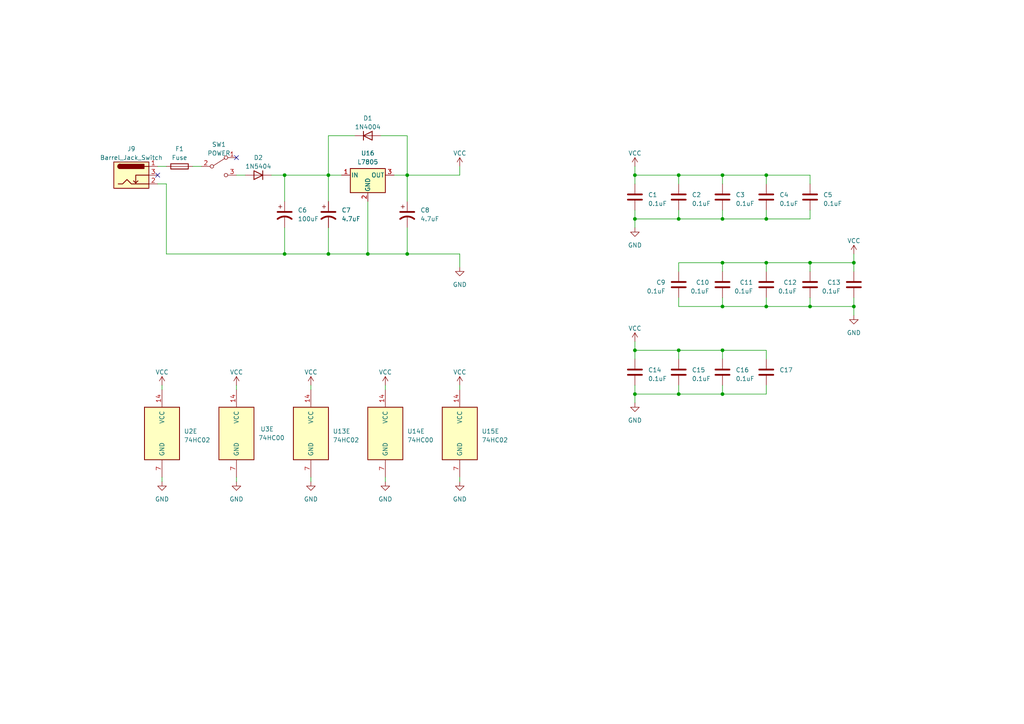
<source format=kicad_sch>
(kicad_sch (version 20231120) (generator "eeschema") (generator_version "8.0")
  (paper "A4")
  (title_block (title "Uno 14500") (date "2024-02-13") (rev "0.1") (company "By JNP-3R"))
  (lib_symbols
    (symbol "74xx:74HC00" (pin_names (offset 1.016))
      (property "Reference" "U" (at 0 1.27 0))
      (property "Value" "74HC00" (at 0 -1.27 0))
      (symbol "74HC00_1_1"
        (arc (start 0 -3.81) (mid 3.7934 0) (end 0 3.81) (stroke (width 0.254)) (fill (type background)))
        (polyline (pts (xy 0 3.81) (xy -3.81 3.81) (xy -3.81 -3.81) (xy 0 -3.81)) (stroke (width 0.254)) (fill (type background)))
        (pin input line (at -7.62 2.54 0) (length 3.81) (name "~") (number "1"))
        (pin input line (at -7.62 -2.54 0) (length 3.81) (name "~") (number "2"))
        (pin output inverted (at 7.62 0 180) (length 3.81) (name "~") (number "3"))
      )
      (symbol "74HC00_1_2"
        (arc (start -3.81 -3.81) (mid -2.589 0) (end -3.81 3.81) (stroke (width 0.254)))
        (arc (start -0.6096 -3.81) (mid 2.1842 -2.5851) (end 3.81 0) (stroke (width 0.254)) (fill (type background)))
        (polyline (pts (xy -3.81 -3.81) (xy -0.635 -3.81)) (stroke (width 0.254)) (fill (type background)))
        (polyline (pts (xy -3.81 3.81) (xy -0.635 3.81)) (stroke (width 0.254)) (fill (type background)))
        (polyline (pts (xy -0.635 3.81) (xy -3.81 3.81) (xy -3.81 3.81) (xy -3.556 3.4036) (xy -3.0226 2.2606) (xy -2.6924 1.0414) (xy -2.6162 -0.254) (xy -2.7686 -1.4986) (xy -3.175 -2.7178) (xy -3.81 -3.81) (xy -3.81 -3.81) (xy -0.635 -3.81)) (stroke (width -25.4)) (fill (type background)))
        (arc (start 3.81 0) (mid 2.1915 2.5936) (end -0.6096 3.81) (stroke (width 0.254)) (fill (type background)))
        (pin input inverted (at -7.62 2.54 0) (length 4.318) (name "~") (number "1"))
        (pin input inverted (at -7.62 -2.54 0) (length 4.318) (name "~") (number "2"))
        (pin output line (at 7.62 0 180) (length 3.81) (name "~") (number "3"))
      )
      (symbol "74HC00_2_1"
        (arc (start 0 -3.81) (mid 3.7934 0) (end 0 3.81) (stroke (width 0.254)) (fill (type background)))
        (polyline (pts (xy 0 3.81) (xy -3.81 3.81) (xy -3.81 -3.81) (xy 0 -3.81)) (stroke (width 0.254)) (fill (type background)))
        (pin input line (at -7.62 2.54 0) (length 3.81) (name "~") (number "4"))
        (pin input line (at -7.62 -2.54 0) (length 3.81) (name "~") (number "5"))
        (pin output inverted (at 7.62 0 180) (length 3.81) (name "~") (number "6"))
      )
      (symbol "74HC00_2_2"
        (arc (start -3.81 -3.81) (mid -2.589 0) (end -3.81 3.81) (stroke (width 0.254)))
        (arc (start -0.6096 -3.81) (mid 2.1842 -2.5851) (end 3.81 0) (stroke (width 0.254)) (fill (type background)))
        (polyline (pts (xy -3.81 -3.81) (xy -0.635 -3.81)) (stroke (width 0.254)) (fill (type background)))
        (polyline (pts (xy -3.81 3.81) (xy -0.635 3.81)) (stroke (width 0.254)) (fill (type background)))
        (polyline (pts (xy -0.635 3.81) (xy -3.81 3.81) (xy -3.81 3.81) (xy -3.556 3.4036) (xy -3.0226 2.2606) (xy -2.6924 1.0414) (xy -2.6162 -0.254) (xy -2.7686 -1.4986) (xy -3.175 -2.7178) (xy -3.81 -3.81) (xy -3.81 -3.81) (xy -0.635 -3.81)) (stroke (width -25.4)) (fill (type background)))
        (arc (start 3.81 0) (mid 2.1915 2.5936) (end -0.6096 3.81) (stroke (width 0.254)) (fill (type background)))
        (pin input inverted (at -7.62 2.54 0) (length 4.318) (name "~") (number "4"))
        (pin input inverted (at -7.62 -2.54 0) (length 4.318) (name "~") (number "5"))
        (pin output line (at 7.62 0 180) (length 3.81) (name "~") (number "6"))
      )
      (symbol "74HC00_3_1"
        (arc (start 0 -3.81) (mid 3.7934 0) (end 0 3.81) (stroke (width 0.254)) (fill (type background)))
        (polyline (pts (xy 0 3.81) (xy -3.81 3.81) (xy -3.81 -3.81) (xy 0 -3.81)) (stroke (width 0.254)) (fill (type background)))
        (pin input line (at -7.62 -2.54 0) (length 3.81) (name "~") (number "10"))
        (pin output inverted (at 7.62 0 180) (length 3.81) (name "~") (number "8"))
        (pin input line (at -7.62 2.54 0) (length 3.81) (name "~") (number "9"))
      )
      (symbol "74HC00_3_2"
        (arc (start -3.81 -3.81) (mid -2.589 0) (end -3.81 3.81) (stroke (width 0.254)))
        (arc (start -0.6096 -3.81) (mid 2.1842 -2.5851) (end 3.81 0) (stroke (width 0.254)) (fill (type background)))
        (polyline (pts (xy -3.81 -3.81) (xy -0.635 -3.81)) (stroke (width 0.254)) (fill (type background)))
        (polyline (pts (xy -3.81 3.81) (xy -0.635 3.81)) (stroke (width 0.254)) (fill (type background)))
        (polyline (pts (xy -0.635 3.81) (xy -3.81 3.81) (xy -3.81 3.81) (xy -3.556 3.4036) (xy -3.0226 2.2606) (xy -2.6924 1.0414) (xy -2.6162 -0.254) (xy -2.7686 -1.4986) (xy -3.175 -2.7178) (xy -3.81 -3.81) (xy -3.81 -3.81) (xy -0.635 -3.81)) (stroke (width -25.4)) (fill (type background)))
        (arc (start 3.81 0) (mid 2.1915 2.5936) (end -0.6096 3.81) (stroke (width 0.254)) (fill (type background)))
        (pin input inverted (at -7.62 -2.54 0) (length 4.318) (name "~") (number "10"))
        (pin output line (at 7.62 0 180) (length 3.81) (name "~") (number "8"))
        (pin input inverted (at -7.62 2.54 0) (length 4.318) (name "~") (number "9"))
      )
      (symbol "74HC00_4_1"
        (arc (start 0 -3.81) (mid 3.7934 0) (end 0 3.81) (stroke (width 0.254)) (fill (type background)))
        (polyline (pts (xy 0 3.81) (xy -3.81 3.81) (xy -3.81 -3.81) (xy 0 -3.81)) (stroke (width 0.254)) (fill (type background)))
        (pin output inverted (at 7.62 0 180) (length 3.81) (name "~") (number "11"))
        (pin input line (at -7.62 2.54 0) (length 3.81) (name "~") (number "12"))
        (pin input line (at -7.62 -2.54 0) (length 3.81) (name "~") (number "13"))
      )
      (symbol "74HC00_4_2"
        (arc (start -3.81 -3.81) (mid -2.589 0) (end -3.81 3.81) (stroke (width 0.254)))
        (arc (start -0.6096 -3.81) (mid 2.1842 -2.5851) (end 3.81 0) (stroke (width 0.254)) (fill (type background)))
        (polyline (pts (xy -3.81 -3.81) (xy -0.635 -3.81)) (stroke (width 0.254)) (fill (type background)))
        (polyline (pts (xy -3.81 3.81) (xy -0.635 3.81)) (stroke (width 0.254)) (fill (type background)))
        (polyline (pts (xy -0.635 3.81) (xy -3.81 3.81) (xy -3.81 3.81) (xy -3.556 3.4036) (xy -3.0226 2.2606) (xy -2.6924 1.0414) (xy -2.6162 -0.254) (xy -2.7686 -1.4986) (xy -3.175 -2.7178) (xy -3.81 -3.81) (xy -3.81 -3.81) (xy -0.635 -3.81)) (stroke (width -25.4)) (fill (type background)))
        (arc (start 3.81 0) (mid 2.1915 2.5936) (end -0.6096 3.81) (stroke (width 0.254)) (fill (type background)))
        (pin output line (at 7.62 0 180) (length 3.81) (name "~") (number "11"))
        (pin input inverted (at -7.62 2.54 0) (length 4.318) (name "~") (number "12"))
        (pin input inverted (at -7.62 -2.54 0) (length 4.318) (name "~") (number "13"))
      )
      (symbol "74HC00_5_0"
        (pin power_in line (at 0 12.7 270) (length 5.08) (name "VCC") (number "14"))
        (pin power_in line (at 0 -12.7 90) (length 5.08) (name "GND") (number "7"))
      )
      (symbol "74HC00_5_1"
        (rectangle (start -5.08 7.62) (end 5.08 -7.62) (stroke (width 0.254)) (fill (type background)))
      )
    )
    (symbol "74xx:74HC02" (pin_names (offset 1.016))
      (property "Reference" "U" (at 0 1.27 0))
      (property "Value" "74HC02" (at 0 -1.27 0))
      (symbol "74HC02_1_1"
        (arc (start -3.81 -3.81) (mid -2.589 0) (end -3.81 3.81) (stroke (width 0.254)))
        (arc (start -0.6096 -3.81) (mid 2.1842 -2.5851) (end 3.81 0) (stroke (width 0.254)) (fill (type background)))
        (polyline (pts (xy -3.81 -3.81) (xy -0.635 -3.81)) (stroke (width 0.254)) (fill (type background)))
        (polyline (pts (xy -3.81 3.81) (xy -0.635 3.81)) (stroke (width 0.254)) (fill (type background)))
        (polyline (pts (xy -0.635 3.81) (xy -3.81 3.81) (xy -3.81 3.81) (xy -3.556 3.4036) (xy -3.0226 2.2606) (xy -2.6924 1.0414) (xy -2.6162 -0.254) (xy -2.7686 -1.4986) (xy -3.175 -2.7178) (xy -3.81 -3.81) (xy -3.81 -3.81) (xy -0.635 -3.81)) (stroke (width -25.4)) (fill (type background)))
        (arc (start 3.81 0) (mid 2.1915 2.5936) (end -0.6096 3.81) (stroke (width 0.254)) (fill (type background)))
        (pin output inverted (at 7.62 0 180) (length 3.81) (name "~") (number "1"))
        (pin input line (at -7.62 2.54 0) (length 4.318) (name "~") (number "2"))
        (pin input line (at -7.62 -2.54 0) (length 4.318) (name "~") (number "3"))
      )
      (symbol "74HC02_1_2"
        (arc (start 0 -3.81) (mid 3.7934 0) (end 0 3.81) (stroke (width 0.254)) (fill (type background)))
        (polyline (pts (xy 0 3.81) (xy -3.81 3.81) (xy -3.81 -3.81) (xy 0 -3.81)) (stroke (width 0.254)) (fill (type background)))
        (pin output line (at 7.62 0 180) (length 3.81) (name "~") (number "1"))
        (pin input inverted (at -7.62 2.54 0) (length 3.81) (name "~") (number "2"))
        (pin input inverted (at -7.62 -2.54 0) (length 3.81) (name "~") (number "3"))
      )
      (symbol "74HC02_2_1"
        (arc (start -3.81 -3.81) (mid -2.589 0) (end -3.81 3.81) (stroke (width 0.254)))
        (arc (start -0.6096 -3.81) (mid 2.1842 -2.5851) (end 3.81 0) (stroke (width 0.254)) (fill (type background)))
        (polyline (pts (xy -3.81 -3.81) (xy -0.635 -3.81)) (stroke (width 0.254)) (fill (type background)))
        (polyline (pts (xy -3.81 3.81) (xy -0.635 3.81)) (stroke (width 0.254)) (fill (type background)))
        (polyline (pts (xy -0.635 3.81) (xy -3.81 3.81) (xy -3.81 3.81) (xy -3.556 3.4036) (xy -3.0226 2.2606) (xy -2.6924 1.0414) (xy -2.6162 -0.254) (xy -2.7686 -1.4986) (xy -3.175 -2.7178) (xy -3.81 -3.81) (xy -3.81 -3.81) (xy -0.635 -3.81)) (stroke (width -25.4)) (fill (type background)))
        (arc (start 3.81 0) (mid 2.1915 2.5936) (end -0.6096 3.81) (stroke (width 0.254)) (fill (type background)))
        (pin output inverted (at 7.62 0 180) (length 3.81) (name "~") (number "4"))
        (pin input line (at -7.62 2.54 0) (length 4.318) (name "~") (number "5"))
        (pin input line (at -7.62 -2.54 0) (length 4.318) (name "~") (number "6"))
      )
      (symbol "74HC02_2_2"
        (arc (start 0 -3.81) (mid 3.7934 0) (end 0 3.81) (stroke (width 0.254)) (fill (type background)))
        (polyline (pts (xy 0 3.81) (xy -3.81 3.81) (xy -3.81 -3.81) (xy 0 -3.81)) (stroke (width 0.254)) (fill (type background)))
        (pin output line (at 7.62 0 180) (length 3.81) (name "~") (number "4"))
        (pin input inverted (at -7.62 2.54 0) (length 3.81) (name "~") (number "5"))
        (pin input inverted (at -7.62 -2.54 0) (length 3.81) (name "~") (number "6"))
      )
      (symbol "74HC02_3_1"
        (arc (start -3.81 -3.81) (mid -2.589 0) (end -3.81 3.81) (stroke (width 0.254)))
        (arc (start -0.6096 -3.81) (mid 2.1842 -2.5851) (end 3.81 0) (stroke (width 0.254)) (fill (type background)))
        (polyline (pts (xy -3.81 -3.81) (xy -0.635 -3.81)) (stroke (width 0.254)) (fill (type background)))
        (polyline (pts (xy -3.81 3.81) (xy -0.635 3.81)) (stroke (width 0.254)) (fill (type background)))
        (polyline (pts (xy -0.635 3.81) (xy -3.81 3.81) (xy -3.81 3.81) (xy -3.556 3.4036) (xy -3.0226 2.2606) (xy -2.6924 1.0414) (xy -2.6162 -0.254) (xy -2.7686 -1.4986) (xy -3.175 -2.7178) (xy -3.81 -3.81) (xy -3.81 -3.81) (xy -0.635 -3.81)) (stroke (width -25.4)) (fill (type background)))
        (arc (start 3.81 0) (mid 2.1915 2.5936) (end -0.6096 3.81) (stroke (width 0.254)) (fill (type background)))
        (pin output inverted (at 7.62 0 180) (length 3.81) (name "~") (number "10"))
        (pin input line (at -7.62 2.54 0) (length 4.318) (name "~") (number "8"))
        (pin input line (at -7.62 -2.54 0) (length 4.318) (name "~") (number "9"))
      )
      (symbol "74HC02_3_2"
        (arc (start 0 -3.81) (mid 3.7934 0) (end 0 3.81) (stroke (width 0.254)) (fill (type background)))
        (polyline (pts (xy 0 3.81) (xy -3.81 3.81) (xy -3.81 -3.81) (xy 0 -3.81)) (stroke (width 0.254)) (fill (type background)))
        (pin output line (at 7.62 0 180) (length 3.81) (name "~") (number "10"))
        (pin input inverted (at -7.62 2.54 0) (length 3.81) (name "~") (number "8"))
        (pin input inverted (at -7.62 -2.54 0) (length 3.81) (name "~") (number "9"))
      )
      (symbol "74HC02_4_1"
        (arc (start -3.81 -3.81) (mid -2.589 0) (end -3.81 3.81) (stroke (width 0.254)))
        (arc (start -0.6096 -3.81) (mid 2.1842 -2.5851) (end 3.81 0) (stroke (width 0.254)) (fill (type background)))
        (polyline (pts (xy -3.81 -3.81) (xy -0.635 -3.81)) (stroke (width 0.254)) (fill (type background)))
        (polyline (pts (xy -3.81 3.81) (xy -0.635 3.81)) (stroke (width 0.254)) (fill (type background)))
        (polyline (pts (xy -0.635 3.81) (xy -3.81 3.81) (xy -3.81 3.81) (xy -3.556 3.4036) (xy -3.0226 2.2606) (xy -2.6924 1.0414) (xy -2.6162 -0.254) (xy -2.7686 -1.4986) (xy -3.175 -2.7178) (xy -3.81 -3.81) (xy -3.81 -3.81) (xy -0.635 -3.81)) (stroke (width -25.4)) (fill (type background)))
        (arc (start 3.81 0) (mid 2.1915 2.5936) (end -0.6096 3.81) (stroke (width 0.254)) (fill (type background)))
        (pin input line (at -7.62 2.54 0) (length 4.318) (name "~") (number "11"))
        (pin input line (at -7.62 -2.54 0) (length 4.318) (name "~") (number "12"))
        (pin output inverted (at 7.62 0 180) (length 3.81) (name "~") (number "13"))
      )
      (symbol "74HC02_4_2"
        (arc (start 0 -3.81) (mid 3.7934 0) (end 0 3.81) (stroke (width 0.254)) (fill (type background)))
        (polyline (pts (xy 0 3.81) (xy -3.81 3.81) (xy -3.81 -3.81) (xy 0 -3.81)) (stroke (width 0.254)) (fill (type background)))
        (pin input inverted (at -7.62 2.54 0) (length 3.81) (name "~") (number "11"))
        (pin input inverted (at -7.62 -2.54 0) (length 3.81) (name "~") (number "12"))
        (pin output line (at 7.62 0 180) (length 3.81) (name "~") (number "13"))
      )
      (symbol "74HC02_5_0"
        (pin power_in line (at 0 12.7 270) (length 5.08) (name "VCC") (number "14"))
        (pin power_in line (at 0 -12.7 90) (length 5.08) (name "GND") (number "7"))
      )
      (symbol "74HC02_5_1"
        (rectangle (start -5.08 7.62) (end 5.08 -7.62) (stroke (width 0.254)) (fill (type background)))
      )
    )
    (symbol "Connector:Barrel_Jack_Switch" (pin_names hide)
      (property "Reference" "J" (at 0 5.334 0))
      (property "Value" "Barrel_Jack_Switch" (at 0 -5.08 0))
      (symbol "Barrel_Jack_Switch_0_1"
        (rectangle (start -5.08 3.81) (end 5.08 -3.81) (stroke (width 0.254)) (fill (type background)))
        (arc (start -3.302 3.175) (mid -3.9343 2.54) (end -3.302 1.905) (stroke (width 0.254)))
        (arc (start -3.302 3.175) (mid -3.9343 2.54) (end -3.302 1.905) (stroke (width 0.254)) (fill (type outline)))
        (polyline (pts (xy 1.27 -2.286) (xy 1.905 -1.651)) (stroke (width 0.254)))
        (polyline (pts (xy 5.08 2.54) (xy 3.81 2.54)) (stroke (width 0.254)))
        (polyline (pts (xy 5.08 0) (xy 1.27 0) (xy 1.27 -2.286) (xy 0.635 -1.651)) (stroke (width 0.254)))
        (polyline (pts (xy -3.81 -2.54) (xy -2.54 -2.54) (xy -1.27 -1.27) (xy 0 -2.54) (xy 2.54 -2.54) (xy 5.08 -2.54)) (stroke (width 0.254)))
        (rectangle (start 3.683 3.175) (end -3.302 1.905) (stroke (width 0.254)) (fill (type outline)))
      )
      (symbol "Barrel_Jack_Switch_1_1"
        (pin passive line (at 7.62 2.54 180) (length 2.54) (name "~") (number "1"))
        (pin passive line (at 7.62 -2.54 180) (length 2.54) (name "~") (number "2"))
        (pin passive line (at 7.62 0 180) (length 2.54) (name "~") (number "3"))
      )
    )
    (symbol "Device:C" (pin_numbers hide) (pin_names (offset 0.254))
      (property "Reference" "C" (at 0.635 2.54 0))
      (property "Value" "C" (at 0.635 -2.54 0))
      (symbol "C_0_1"
        (polyline (pts (xy -2.032 -0.762) (xy 2.032 -0.762)) (stroke (width 0.508)))
        (polyline (pts (xy -2.032 0.762) (xy 2.032 0.762)) (stroke (width 0.508)))
      )
      (symbol "C_1_1"
        (pin passive line (at 0 3.81 270) (length 2.794) (name "~") (number "1"))
        (pin passive line (at 0 -3.81 90) (length 2.794) (name "~") (number "2"))
      )
    )
    (symbol "Device:C_Polarized_US" (pin_numbers hide) (pin_names (offset 0.254) hide)
      (property "Reference" "C" (at 0.635 2.54 0))
      (property "Value" "C_Polarized_US" (at 0.635 -2.54 0))
      (symbol "C_Polarized_US_0_1"
        (polyline (pts (xy -2.032 0.762) (xy 2.032 0.762)) (stroke (width 0.508)))
        (polyline (pts (xy -1.778 2.286) (xy -0.762 2.286)))
        (polyline (pts (xy -1.27 1.778) (xy -1.27 2.794)))
        (arc (start 2.032 -1.27) (mid 0 -0.5572) (end -2.032 -1.27) (stroke (width 0.508)))
      )
      (symbol "C_Polarized_US_1_1"
        (pin passive line (at 0 3.81 270) (length 2.794) (name "~") (number "1"))
        (pin passive line (at 0 -3.81 90) (length 3.302) (name "~") (number "2"))
      )
    )
    (symbol "Device:D" (pin_numbers hide) (pin_names (offset 1.016) hide)
      (property "Reference" "D" (at 0 2.54 0))
      (property "Value" "D" (at 0 -2.54 0))
      (symbol "D_0_1"
        (polyline (pts (xy -1.27 1.27) (xy -1.27 -1.27)) (stroke (width 0.254)))
        (polyline (pts (xy 1.27 0) (xy -1.27 0)))
        (polyline (pts (xy 1.27 1.27) (xy 1.27 -1.27) (xy -1.27 0) (xy 1.27 1.27)) (stroke (width 0.254)))
      )
      (symbol "D_1_1"
        (pin passive line (at -3.81 0 0) (length 2.54) (name "K") (number "1"))
        (pin passive line (at 3.81 0 180) (length 2.54) (name "A") (number "2"))
      )
    )
    (symbol "Device:Fuse" (pin_numbers hide) (pin_names (offset 0))
      (property "Reference" "F" (at 2.032 0 90))
      (property "Value" "Fuse" (at -1.905 0 90))
      (symbol "Fuse_0_1"
        (rectangle (start -0.762 -2.54) (end 0.762 2.54) (stroke (width 0.254)))
        (polyline (pts (xy 0 2.54) (xy 0 -2.54)))
      )
      (symbol "Fuse_1_1"
        (pin passive line (at 0 3.81 270) (length 1.27) (name "~") (number "1"))
        (pin passive line (at 0 -3.81 90) (length 1.27) (name "~") (number "2"))
      )
    )
    (symbol "Regulator_Linear:L7805" (pin_names (offset 0.254))
      (property "Reference" "U" (at -3.81 3.175 0))
      (property "Value" "L7805" (at 0 3.175 0))
      (symbol "L7805_0_1"
        (rectangle (start -5.08 1.905) (end 5.08 -5.08) (stroke (width 0.254)) (fill (type background)))
      )
      (symbol "L7805_1_1"
        (pin power_in line (at -7.62 0 0) (length 2.54) (name "IN") (number "1"))
        (pin power_in line (at 0 -7.62 90) (length 2.54) (name "GND") (number "2"))
        (pin power_out line (at 7.62 0 180) (length 2.54) (name "OUT") (number "3"))
      )
    )
    (symbol "Switch:SW_SPDT" (pin_names (offset 0) hide)
      (property "Reference" "SW" (at 0 4.318 0))
      (property "Value" "SW_SPDT" (at 0 -5.08 0))
      (symbol "SW_SPDT_0_0"
        (circle (center -2.032 0) (radius 0.508))
        (circle (center 2.032 -2.54) (radius 0.508))
      )
      (symbol "SW_SPDT_0_1"
        (polyline (pts (xy -1.524 0.254) (xy 1.651 2.286)))
        (circle (center 2.032 2.54) (radius 0.508))
      )
      (symbol "SW_SPDT_1_1"
        (pin passive line (at 5.08 2.54 180) (length 2.54) (name "A") (number "1"))
        (pin passive line (at -5.08 0 0) (length 2.54) (name "B") (number "2"))
        (pin passive line (at 5.08 -2.54 180) (length 2.54) (name "C") (number "3"))
      )
    )
    (symbol "power:GND" (power) (pin_names (offset 0))
      (property "Value" "GND" (at 0 -3.81 0))
      (symbol "GND_0_1"
        (polyline (pts (xy 0 0) (xy 0 -1.27) (xy 1.27 -1.27) (xy 0 -2.54) (xy -1.27 -1.27) (xy 0 -1.27)))
      )
      (symbol "GND_1_1"
        (pin power_in line (at 0 0 270) (length 0) hide (name "GND") (number "1"))
      )
    )
    (symbol "power:VCC" (power) (pin_names (offset 0))
      (property "Value" "VCC" (at 0 3.81 0))
      (symbol "VCC_0_1"
        (polyline (pts (xy -0.762 1.27) (xy 0 2.54)))
        (polyline (pts (xy 0 0) (xy 0 2.54)))
        (polyline (pts (xy 0 2.54) (xy 0.762 1.27)))
      )
      (symbol "VCC_1_1"
        (pin power_in line (at 0 0 90) (length 0) hide (name "VCC") (number "1"))
      )
    )
  )
  (junction (at 196.85 101.6))
  (junction (at 209.55 76.2))
  (junction (at 247.65 88.9))
  (junction (at 222.25 88.9))
  (junction (at 95.25 50.8))
  (junction (at 196.85 114.3))
  (junction (at 222.25 63.5))
  (junction (at 82.55 50.8))
  (junction (at 209.55 50.8))
  (junction (at 106.68 73.66))
  (junction (at 209.55 114.3))
  (junction (at 234.95 76.2))
  (junction (at 222.25 50.8))
  (junction (at 209.55 88.9))
  (junction (at 196.85 63.5))
  (junction (at 209.55 63.5))
  (junction (at 222.25 76.2))
  (junction (at 196.85 50.8))
  (junction (at 234.95 88.9))
  (junction (at 118.11 73.66))
  (junction (at 184.15 63.5))
  (junction (at 118.11 50.8))
  (junction (at 247.65 76.2))
  (junction (at 184.15 50.8))
  (junction (at 184.15 114.3))
  (junction (at 95.25 73.66))
  (junction (at 82.55 73.66))
  (junction (at 209.55 101.6))
  (junction (at 184.15 101.6))
  (no_connect (at 68.58 45.72))
  (no_connect (at 45.72 50.8))
  (wire (pts (xy 82.55 50.8) (xy 82.55 58.42)))
  (wire (pts (xy 118.11 73.66) (xy 133.35 73.66)))
  (wire (pts (xy 234.95 60.96) (xy 234.95 63.5)))
  (wire (pts (xy 247.65 76.2) (xy 234.95 76.2)))
  (wire (pts (xy 209.55 50.8) (xy 209.55 53.34)))
  (wire (pts (xy 68.58 138.43) (xy 68.58 139.7)))
  (wire (pts (xy 78.74 50.8) (xy 82.55 50.8)))
  (wire (pts (xy 184.15 48.26) (xy 184.15 50.8)))
  (wire (pts (xy 209.55 88.9) (xy 196.85 88.9)))
  (wire (pts (xy 196.85 111.76) (xy 196.85 114.3)))
  (wire (pts (xy 68.58 111.76) (xy 68.58 113.03)))
  (wire (pts (xy 118.11 39.37) (xy 118.11 50.8)))
  (wire (pts (xy 95.25 50.8) (xy 95.25 58.42)))
  (wire (pts (xy 209.55 60.96) (xy 209.55 63.5)))
  (wire (pts (xy 45.72 48.26) (xy 48.26 48.26)))
  (wire (pts (xy 196.85 63.5) (xy 209.55 63.5)))
  (wire (pts (xy 95.25 73.66) (xy 106.68 73.66)))
  (wire (pts (xy 234.95 50.8) (xy 234.95 53.34)))
  (wire (pts (xy 196.85 50.8) (xy 196.85 53.34)))
  (wire (pts (xy 222.25 60.96) (xy 222.25 63.5)))
  (wire (pts (xy 184.15 50.8) (xy 196.85 50.8)))
  (wire (pts (xy 106.68 58.42) (xy 106.68 73.66)))
  (wire (pts (xy 222.25 111.76) (xy 222.25 114.3)))
  (wire (pts (xy 82.55 66.04) (xy 82.55 73.66)))
  (wire (pts (xy 133.35 111.76) (xy 133.35 113.03)))
  (wire (pts (xy 234.95 76.2) (xy 222.25 76.2)))
  (wire (pts (xy 95.25 66.04) (xy 95.25 73.66)))
  (wire (pts (xy 209.55 63.5) (xy 222.25 63.5)))
  (wire (pts (xy 68.58 50.8) (xy 71.12 50.8)))
  (wire (pts (xy 184.15 101.6) (xy 196.85 101.6)))
  (wire (pts (xy 209.55 111.76) (xy 209.55 114.3)))
  (wire (pts (xy 222.25 76.2) (xy 222.25 78.74)))
  (wire (pts (xy 184.15 60.96) (xy 184.15 63.5)))
  (wire (pts (xy 222.25 50.8) (xy 222.25 53.34)))
  (wire (pts (xy 111.76 138.43) (xy 111.76 139.7)))
  (wire (pts (xy 247.65 88.9) (xy 234.95 88.9)))
  (wire (pts (xy 102.87 39.37) (xy 95.25 39.37)))
  (wire (pts (xy 184.15 99.06) (xy 184.15 101.6)))
  (wire (pts (xy 209.55 114.3) (xy 222.25 114.3)))
  (wire (pts (xy 46.99 138.43) (xy 46.99 139.7)))
  (wire (pts (xy 184.15 63.5) (xy 184.15 66.04)))
  (wire (pts (xy 48.26 53.34) (xy 48.26 73.66)))
  (wire (pts (xy 196.85 86.36) (xy 196.85 88.9)))
  (wire (pts (xy 247.65 88.9) (xy 247.65 91.44)))
  (wire (pts (xy 196.85 101.6) (xy 209.55 101.6)))
  (wire (pts (xy 184.15 114.3) (xy 184.15 116.84)))
  (wire (pts (xy 222.25 50.8) (xy 234.95 50.8)))
  (wire (pts (xy 133.35 73.66) (xy 133.35 77.47)))
  (wire (pts (xy 118.11 66.04) (xy 118.11 73.66)))
  (wire (pts (xy 118.11 50.8) (xy 133.35 50.8)))
  (wire (pts (xy 234.95 76.2) (xy 234.95 78.74)))
  (wire (pts (xy 184.15 104.14) (xy 184.15 101.6)))
  (wire (pts (xy 234.95 88.9) (xy 222.25 88.9)))
  (wire (pts (xy 46.99 111.76) (xy 46.99 113.03)))
  (wire (pts (xy 209.55 101.6) (xy 222.25 101.6)))
  (wire (pts (xy 222.25 86.36) (xy 222.25 88.9)))
  (wire (pts (xy 196.85 114.3) (xy 209.55 114.3)))
  (wire (pts (xy 114.3 50.8) (xy 118.11 50.8)))
  (wire (pts (xy 209.55 76.2) (xy 209.55 78.74)))
  (wire (pts (xy 90.17 111.76) (xy 90.17 113.03)))
  (wire (pts (xy 118.11 50.8) (xy 118.11 58.42)))
  (wire (pts (xy 133.35 138.43) (xy 133.35 139.7)))
  (wire (pts (xy 222.25 76.2) (xy 209.55 76.2)))
  (wire (pts (xy 196.85 60.96) (xy 196.85 63.5)))
  (wire (pts (xy 222.25 88.9) (xy 209.55 88.9)))
  (wire (pts (xy 133.35 50.8) (xy 133.35 48.26)))
  (wire (pts (xy 48.26 73.66) (xy 82.55 73.66)))
  (wire (pts (xy 184.15 53.34) (xy 184.15 50.8)))
  (wire (pts (xy 222.25 101.6) (xy 222.25 104.14)))
  (wire (pts (xy 196.85 76.2) (xy 196.85 78.74)))
  (wire (pts (xy 222.25 63.5) (xy 234.95 63.5)))
  (wire (pts (xy 247.65 73.66) (xy 247.65 76.2)))
  (wire (pts (xy 82.55 73.66) (xy 95.25 73.66)))
  (wire (pts (xy 45.72 53.34) (xy 48.26 53.34)))
  (wire (pts (xy 184.15 63.5) (xy 196.85 63.5)))
  (wire (pts (xy 209.55 101.6) (xy 209.55 104.14)))
  (wire (pts (xy 82.55 50.8) (xy 95.25 50.8)))
  (wire (pts (xy 55.88 48.26) (xy 58.42 48.26)))
  (wire (pts (xy 234.95 86.36) (xy 234.95 88.9)))
  (wire (pts (xy 247.65 78.74) (xy 247.65 76.2)))
  (wire (pts (xy 110.49 39.37) (xy 118.11 39.37)))
  (wire (pts (xy 184.15 111.76) (xy 184.15 114.3)))
  (wire (pts (xy 196.85 50.8) (xy 209.55 50.8)))
  (wire (pts (xy 184.15 114.3) (xy 196.85 114.3)))
  (wire (pts (xy 209.55 76.2) (xy 196.85 76.2)))
  (wire (pts (xy 95.25 39.37) (xy 95.25 50.8)))
  (wire (pts (xy 106.68 73.66) (xy 118.11 73.66)))
  (wire (pts (xy 95.25 50.8) (xy 99.06 50.8)))
  (wire (pts (xy 196.85 101.6) (xy 196.85 104.14)))
  (wire (pts (xy 111.76 111.76) (xy 111.76 113.03)))
  (wire (pts (xy 247.65 86.36) (xy 247.65 88.9)))
  (wire (pts (xy 90.17 138.43) (xy 90.17 139.7)))
  (wire (pts (xy 209.55 86.36) (xy 209.55 88.9)))
  (wire (pts (xy 209.55 50.8) (xy 222.25 50.8)))
  (symbol (lib_id "Device:Fuse") (at 52.07 48.26 270) (unit 1)
    (property "Reference" "F1" (at 52.07 43.18 90))
    (property "Value" "Fuse" (at 52.07 45.72 90))
    (property "Footprint" "Fuse:Fuseholder_Clip-5x20mm_Eaton_1A5601-01_Inline_P20.80x6.76mm_D1.70mm_Horizontal" (effects (hide yes)))
  )
  (symbol (lib_id "Device:C_Polarized_US") (at 118.11 62.23 0) (unit 1)
    (property "Reference" "C8" (at 121.92 60.96 0) (effects (justify left)))
    (property "Value" "4.7uF" (at 121.92 63.5 0) (effects (justify left)))
    (property "Footprint" "Capacitor_THT:C_Rect_L4.6mm_W3.0mm_P2.50mm_MKS02_FKP02" (effects (hide yes)))
  )
  (symbol (lib_id "power:VCC") (at 68.58 111.76 0) (unit 1)
    (property "Reference" "#PWR020" (effects (hide yes)))
    (property "Value" "VCC" (at 68.58 107.95 0))
  )
  (symbol (lib_id "Device:C") (at 222.25 57.15 0) (unit 1)
    (property "Reference" "C4" (at 226.06 56.515 0) (effects (justify left)))
    (property "Value" "0.1uF" (at 226.06 59.055 0) (effects (justify left)))
    (property "Footprint" "Capacitor_THT:C_Axial_L3.8mm_D2.6mm_P10.00mm_Horizontal" (effects (hide yes)))
  )
  (symbol (lib_id "Device:C") (at 184.15 57.15 0) (unit 1)
    (property "Reference" "C1" (at 187.96 56.515 0) (effects (justify left)))
    (property "Value" "0.1uF" (at 187.96 59.055 0) (effects (justify left)))
    (property "Footprint" "Capacitor_THT:C_Axial_L3.8mm_D2.6mm_P10.00mm_Horizontal" (effects (hide yes)))
  )
  (symbol (lib_id "74xx:74HC02") (at 133.35 125.73 0) (unit 5)
    (property "Reference" "U15" (at 139.7 125.095 0) (effects (justify left)))
    (property "Value" "74HC02" (at 139.7 127.635 0) (effects (justify left)))
    (property "Footprint" "Package_DIP:DIP-14_W7.62mm_Socket_LongPads" (effects (hide yes)))
    (property "Datasheet" "http://www.ti.com/lit/gpn/sn74hc02" (effects (hide yes)))
  )
  (symbol (lib_id "power:VCC") (at 133.35 48.26 0) (unit 1)
    (property "Reference" "#PWR012" (effects (hide yes)))
    (property "Value" "VCC" (at 133.35 44.45 0))
  )
  (symbol (lib_id "Device:C") (at 209.55 82.55 0) (mirror y) (unit 1)
    (property "Reference" "C10" (at 205.74 81.915 0) (effects (justify left)))
    (property "Value" "0.1uF" (at 205.74 84.455 0) (effects (justify left)))
    (property "Footprint" "Capacitor_THT:C_Axial_L3.8mm_D2.6mm_P10.00mm_Horizontal" (effects (hide yes)))
  )
  (symbol (lib_id "power:GND") (at 90.17 139.7 0) (unit 1)
    (property "Reference" "#PWR027" (effects (hide yes)))
    (property "Value" "GND" (at 90.17 144.78 0))
  )
  (symbol (lib_id "power:GND") (at 133.35 77.47 0) (unit 1)
    (property "Reference" "#PWR016" (effects (hide yes)))
    (property "Value" "GND" (at 133.35 82.55 0))
  )
  (symbol (lib_id "74xx:74HC02") (at 90.17 125.73 0) (unit 5)
    (property "Reference" "U13" (at 96.52 125.095 0) (effects (justify left)))
    (property "Value" "74HC02" (at 96.52 127.635 0) (effects (justify left)))
    (property "Footprint" "Package_DIP:DIP-14_W7.62mm_Socket_LongPads" (effects (hide yes)))
    (property "Datasheet" "http://www.ti.com/lit/gpn/sn74hc02" (effects (hide yes)))
  )
  (symbol (lib_id "Device:C_Polarized_US") (at 82.55 62.23 0) (unit 1)
    (property "Reference" "C6" (at 86.36 60.96 0) (effects (justify left)))
    (property "Value" "100uF" (at 86.36 63.5 0) (effects (justify left)))
    (property "Footprint" "Capacitor_THT:CP_Radial_D5.0mm_P2.00mm" (effects (hide yes)))
  )
  (symbol (lib_id "Device:D") (at 74.93 50.8 180) (unit 1)
    (property "Reference" "D2" (at 74.93 45.72 0))
    (property "Value" "1N5404" (at 74.93 48.26 0))
    (property "Footprint" "Diode_THT:D_DO-201AE_P15.24mm_Horizontal" (effects (hide yes)))
    (property "Sim.Device" "D" (effects (hide yes)))
    (property "Sim.Pins" "1=K 2=A" (effects (hide yes)))
  )
  (symbol (lib_id "power:GND") (at 184.15 66.04 0) (unit 1)
    (property "Reference" "#PWR014" (effects (hide yes)))
    (property "Value" "GND" (at 184.15 71.12 0))
  )
  (symbol (lib_id "Connector:Barrel_Jack_Switch") (at 38.1 50.8 0) (unit 1)
    (property "Reference" "J9" (at 38.1 43.18 0))
    (property "Value" "Barrel_Jack_Switch" (at 38.1 45.72 0))
    (property "Footprint" "Connector_BarrelJack:BarrelJack_Horizontal" (effects (hide yes)))
  )
  (symbol (lib_id "power:VCC") (at 133.35 111.76 0) (unit 1)
    (property "Reference" "#PWR023" (effects (hide yes)))
    (property "Value" "VCC" (at 133.35 107.95 0))
  )
  (symbol (lib_id "Device:C") (at 234.95 82.55 0) (mirror y) (unit 1)
    (property "Reference" "C12" (at 231.14 81.915 0) (effects (justify left)))
    (property "Value" "0.1uF" (at 231.14 84.455 0) (effects (justify left)))
    (property "Footprint" "Capacitor_THT:C_Axial_L3.8mm_D2.6mm_P10.00mm_Horizontal" (effects (hide yes)))
  )
  (symbol (lib_id "Device:D") (at 106.68 39.37 0) (unit 1)
    (property "Reference" "D1" (at 106.68 34.29 0))
    (property "Value" "1N4004" (at 106.68 36.83 0))
    (property "Footprint" "Diode_THT:D_DO-41_SOD81_P10.16mm_Horizontal" (effects (hide yes)))
    (property "Sim.Device" "D" (effects (hide yes)))
    (property "Sim.Pins" "1=K 2=A" (effects (hide yes)))
  )
  (symbol (lib_id "74xx:74HC00") (at 111.76 125.73 0) (unit 5)
    (property "Reference" "U14" (at 118.11 125.095 0) (effects (justify left)))
    (property "Value" "74HC00" (at 118.11 127.635 0) (effects (justify left)))
    (property "Footprint" "Package_DIP:DIP-14_W7.62mm_Socket_LongPads" (effects (hide yes)))
    (property "Datasheet" "http://www.ti.com/lit/gpn/sn74hc00" (effects (hide yes)))
  )
  (symbol (lib_id "Device:C") (at 196.85 82.55 0) (mirror y) (unit 1)
    (property "Reference" "C9" (at 193.04 81.915 0) (effects (justify left)))
    (property "Value" "0.1uF" (at 193.04 84.455 0) (effects (justify left)))
    (property "Footprint" "Capacitor_THT:C_Axial_L3.8mm_D2.6mm_P10.00mm_Horizontal" (effects (hide yes)))
  )
  (symbol (lib_id "Regulator_Linear:L7805") (at 106.68 50.8 0) (unit 1)
    (property "Reference" "U16" (at 106.68 44.45 0))
    (property "Value" "L7805" (at 106.68 46.99 0))
    (property "Footprint" "Package_TO_SOT_THT:TO-220-3_Horizontal_TabDown" (effects (hide yes)))
    (property "Datasheet" "http://www.st.com/content/ccc/resource/technical/document/datasheet/41/4f/b3/b0/12/d4/47/88/CD00000444.pdf/files/CD00000444.pdf/jcr:content/translations/en.CD00000444.pdf" (effects (hide yes)))
  )
  (symbol (lib_id "power:GND") (at 133.35 139.7 0) (unit 1)
    (property "Reference" "#PWR029" (effects (hide yes)))
    (property "Value" "GND" (at 133.35 144.78 0))
  )
  (symbol (lib_id "Switch:SW_SPDT") (at 63.5 48.26 0) (unit 1)
    (property "Reference" "SW1" (at 63.5 41.91 0))
    (property "Value" "POWER" (at 63.5 44.45 0))
    (property "Footprint" "Uno Switches:SW_SPDT_SW-R3-2B-C-5-13" (effects (hide yes)))
  )
  (symbol (lib_id "Device:C") (at 222.25 107.95 0) (unit 1)
    (property "Reference" "C17" (at 226.06 107.315 0) (effects (justify left)))
    (property "Value" "0.1uF" (effects (hide yes)))
    (property "Footprint" "Capacitor_THT:C_Axial_L3.8mm_D2.6mm_P10.00mm_Horizontal" (effects (hide yes)))
  )
  (symbol (lib_id "power:VCC") (at 90.17 111.76 0) (unit 1)
    (property "Reference" "#PWR021" (effects (hide yes)))
    (property "Value" "VCC" (at 90.17 107.95 0))
  )
  (symbol (lib_id "power:VCC") (at 247.65 73.66 0) (mirror y) (unit 1)
    (property "Reference" "#PWR015" (effects (hide yes)))
    (property "Value" "VCC" (at 247.65 69.85 0))
  )
  (symbol (lib_id "Device:C") (at 196.85 57.15 0) (unit 1)
    (property "Reference" "C2" (at 200.66 56.515 0) (effects (justify left)))
    (property "Value" "0.1uF" (at 200.66 59.055 0) (effects (justify left)))
    (property "Footprint" "Capacitor_THT:C_Axial_L3.8mm_D2.6mm_P10.00mm_Horizontal" (effects (hide yes)))
  )
  (symbol (lib_id "power:VCC") (at 46.99 111.76 0) (unit 1)
    (property "Reference" "#PWR019" (effects (hide yes)))
    (property "Value" "VCC" (at 46.99 107.95 0))
  )
  (symbol (lib_id "power:GND") (at 68.58 139.7 0) (unit 1)
    (property "Reference" "#PWR026" (effects (hide yes)))
    (property "Value" "GND" (at 68.58 144.78 0))
  )
  (symbol (lib_id "power:VCC") (at 184.15 48.26 0) (unit 1)
    (property "Reference" "#PWR013" (effects (hide yes)))
    (property "Value" "VCC" (at 184.15 44.45 0))
  )
  (symbol (lib_id "power:GND") (at 46.99 139.7 0) (unit 1)
    (property "Reference" "#PWR025" (effects (hide yes)))
    (property "Value" "GND" (at 46.99 144.78 0))
  )
  (symbol (lib_id "power:VCC") (at 184.15 99.06 0) (unit 1)
    (property "Reference" "#PWR018" (effects (hide yes)))
    (property "Value" "VCC" (at 184.15 95.25 0))
  )
  (symbol (lib_id "Device:C_Polarized_US") (at 95.25 62.23 0) (unit 1)
    (property "Reference" "C7" (at 99.06 60.96 0) (effects (justify left)))
    (property "Value" "4.7uF" (at 99.06 63.5 0) (effects (justify left)))
    (property "Footprint" "Capacitor_THT:C_Rect_L4.6mm_W3.0mm_P2.50mm_MKS02_FKP02" (effects (hide yes)))
  )
  (symbol (lib_id "74xx:74HC02") (at 46.99 125.73 0) (unit 5)
    (property "Reference" "U2" (at 53.34 125.095 0) (effects (justify left)))
    (property "Value" "74HC02" (at 53.34 127.635 0) (effects (justify left)))
    (property "Footprint" "Package_DIP:DIP-14_W7.62mm_Socket_LongPads" (effects (hide yes)))
    (property "Datasheet" "http://www.ti.com/lit/gpn/sn74hc02" (effects (hide yes)))
  )
  (symbol (lib_id "Device:C") (at 222.25 82.55 0) (mirror y) (unit 1)
    (property "Reference" "C11" (at 218.44 81.915 0) (effects (justify left)))
    (property "Value" "0.1uF" (at 218.44 84.455 0) (effects (justify left)))
    (property "Footprint" "Capacitor_THT:C_Axial_L3.8mm_D2.6mm_P10.00mm_Horizontal" (effects (hide yes)))
  )
  (symbol (lib_id "power:VCC") (at 111.76 111.76 0) (unit 1)
    (property "Reference" "#PWR022" (effects (hide yes)))
    (property "Value" "VCC" (at 111.76 107.95 0))
  )
  (symbol (lib_id "Device:C") (at 234.95 57.15 0) (unit 1)
    (property "Reference" "C5" (at 238.76 56.515 0) (effects (justify left)))
    (property "Value" "0.1uF" (at 238.76 59.055 0) (effects (justify left)))
    (property "Footprint" "Capacitor_THT:C_Axial_L3.8mm_D2.6mm_P10.00mm_Horizontal" (effects (hide yes)))
  )
  (symbol (lib_id "Device:C") (at 196.85 107.95 0) (unit 1)
    (property "Reference" "C15" (at 200.66 107.315 0) (effects (justify left)))
    (property "Value" "0.1uF" (at 200.66 109.855 0) (effects (justify left)))
    (property "Footprint" "Capacitor_THT:C_Axial_L3.8mm_D2.6mm_P10.00mm_Horizontal" (effects (hide yes)))
  )
  (symbol (lib_id "Device:C") (at 247.65 82.55 0) (mirror y) (unit 1)
    (property "Reference" "C13" (at 243.84 81.915 0) (effects (justify left)))
    (property "Value" "0.1uF" (at 243.84 84.455 0) (effects (justify left)))
    (property "Footprint" "Capacitor_THT:C_Axial_L3.8mm_D2.6mm_P10.00mm_Horizontal" (effects (hide yes)))
  )
  (symbol (lib_id "74xx:74HC00") (at 68.58 125.73 0) (unit 5)
    (property "Reference" "U3" (at 77.47 124.46 0))
    (property "Value" "74HC00" (at 78.74 127 0))
    (property "Footprint" "Package_DIP:DIP-14_W7.62mm_Socket_LongPads" (effects (hide yes)))
    (property "Datasheet" "http://www.ti.com/lit/gpn/sn74hc00" (effects (hide yes)))
  )
  (symbol (lib_id "power:GND") (at 184.15 116.84 0) (unit 1)
    (property "Reference" "#PWR024" (effects (hide yes)))
    (property "Value" "GND" (at 184.15 121.92 0))
  )
  (symbol (lib_id "power:GND") (at 111.76 139.7 0) (unit 1)
    (property "Reference" "#PWR028" (effects (hide yes)))
    (property "Value" "GND" (at 111.76 144.78 0))
  )
  (symbol (lib_id "power:GND") (at 247.65 91.44 0) (mirror y) (unit 1)
    (property "Reference" "#PWR017" (effects (hide yes)))
    (property "Value" "GND" (at 247.65 96.52 0))
  )
  (symbol (lib_id "Device:C") (at 209.55 57.15 0) (unit 1)
    (property "Reference" "C3" (at 213.36 56.515 0) (effects (justify left)))
    (property "Value" "0.1uF" (at 213.36 59.055 0) (effects (justify left)))
    (property "Footprint" "Capacitor_THT:C_Axial_L3.8mm_D2.6mm_P10.00mm_Horizontal" (effects (hide yes)))
  )
  (symbol (lib_id "Device:C") (at 209.55 107.95 0) (unit 1)
    (property "Reference" "C16" (at 213.36 107.315 0) (effects (justify left)))
    (property "Value" "0.1uF" (at 213.36 109.855 0) (effects (justify left)))
    (property "Footprint" "Capacitor_THT:C_Axial_L3.8mm_D2.6mm_P10.00mm_Horizontal" (effects (hide yes)))
  )
  (symbol (lib_id "Device:C") (at 184.15 107.95 0) (unit 1)
    (property "Reference" "C14" (at 187.96 107.315 0) (effects (justify left)))
    (property "Value" "0.1uF" (at 187.96 109.855 0) (effects (justify left)))
    (property "Footprint" "Capacitor_THT:C_Axial_L3.8mm_D2.6mm_P10.00mm_Horizontal" (effects (hide yes)))
  )
  (sheet (at 304.8 12.7) (size 25.4 12.7) (stroke (width 0.1524))
    (property "Sheetname" "Clock & Controls" (at 304.8 11.9884 0) (effects (justify left bottom)))
    (property "Sheetfile" "ClockControls.kicad_sch" (at 304.8 25.9846 0) (effects (justify left top)))
  )
  (sheet (at 304.8 88.9) (size 25.4 12.7) (stroke (width 0.1524))
    (property "Sheetname" "Interface" (at 304.8 88.1884 0) (effects (justify left bottom)))
    (property "Sheetfile" "interface.kicad_sch" (at 304.8 102.1846 0) (effects (justify left top)))
  )
  (sheet (at 304.8 38.1) (size 25.4 12.7) (stroke (width 0.1524))
    (property "Sheetname" "Memory" (at 304.8 37.3884 0) (effects (justify left bottom)))
    (property "Sheetfile" "memory.kicad_sch" (at 304.8 51.3846 0) (effects (justify left top)))
  )
  (sheet (at 304.8 63.5) (size 25.4 12.7) (stroke (width 0.1524))
    (property "Sheetname" "CPU" (at 304.8 62.7884 0) (effects (justify left bottom)))
    (property "Sheetfile" "cpu.kicad_sch" (at 304.8 76.7846 0) (effects (justify left top)))
  )
)
</source>
